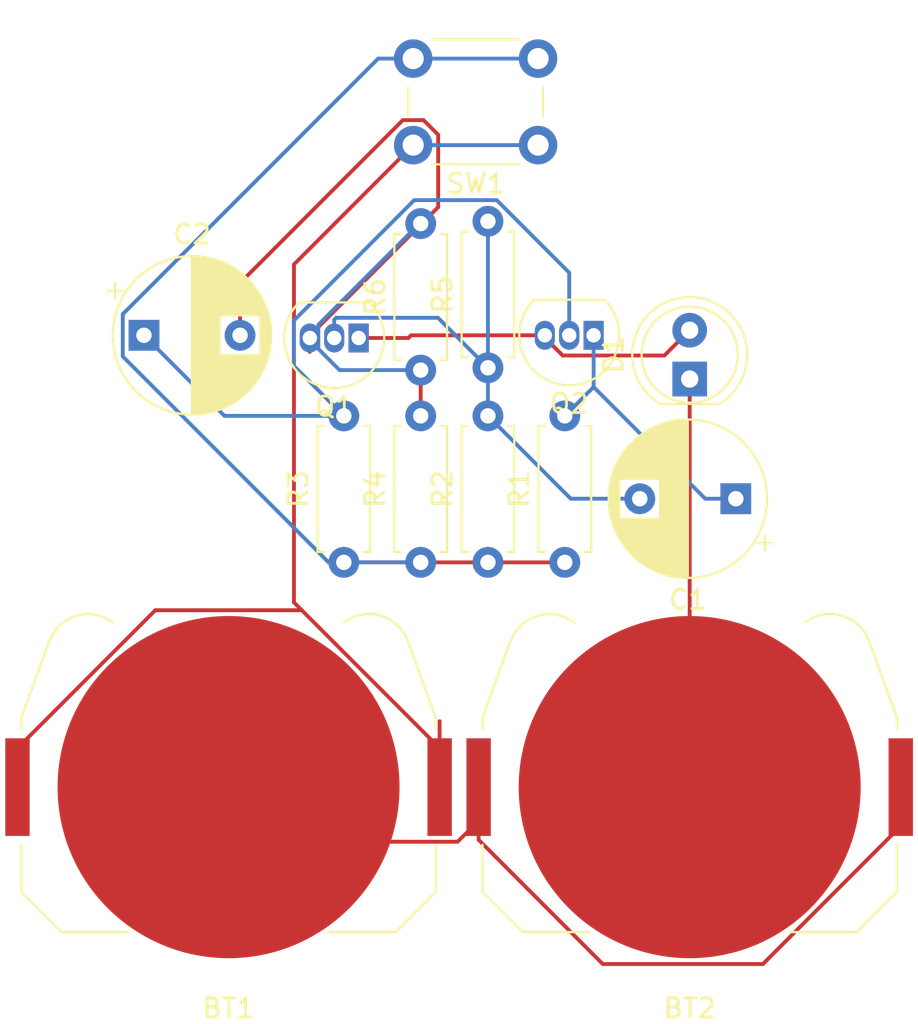
<source format=kicad_pcb>
(kicad_pcb (version 20241229) (generator "pcbnew") (generator_version "9.0")
  (layers (0 "F.Cu" signal) (2 "B.Cu" signal) (13 "F.Paste" user) (15 "B.Paste" user) (5 "F.SilkS" user "F.Silkscreen") (7 "B.SilkS" user "B.Silkscreen") (1 "F.Mask" user) (3 "B.Mask" user) (25 "Edge.Cuts" user))
  (net 0 "")
  (net 1 "Net-(BT1--)")
  (net 2 "Net-(BT1-+)")
  (net 3 "Net-(BT2--)")
  (net 4 "Net-(Q2-E)")
  (net 5 "Net-(Q1-B)")
  (net 6 "Net-(Q1-C)")
  (net 7 "Net-(Q2-B)")
  (net 8 "Net-(D1-A)")
  (net 9 "Net-(R1-Pad1)")
  (footprint "Package_TO_SOT_THT:TO-92_Inline" (layer "F.Cu") (at 150.141375 75.641375 180)
    (property "Reference" "Q2" (at 1.27 -3.56 0) (layer "F.SilkS"))
    (property "Value" "2N3904")
    (fp_line (start -0.53 1.85) (end 3.07 1.85) (stroke (width 0.12)) (layer "F.SilkS"))
    (fp_arc (start 1.27 -2.6) (mid 3.672087 -0.994977) (end 3.108478 1.838478) (stroke (width 0.12)) (layer "F.SilkS"))
    (fp_arc (start -0.568478 1.838478) (mid -1.132087 -0.994977) (end 1.27 -2.6) (stroke (width 0.12)) (layer "F.SilkS"))
    (pad "1" thru_hole rect (at 0 0 180) (size 1.05 1.5) (drill 0.75) (layers "*.Cu" "*.Mask") (net 4 "Net-(Q2-E)"))
    (pad "2" thru_hole oval (at 1.27 0 180) (size 1.05 1.5) (drill 0.75) (layers "*.Cu" "*.Mask") (net 7 "Net-(Q2-B)"))
    (pad "3" thru_hole oval (at 2.54 0 180) (size 1.05 1.5) (drill 0.75) (layers "*.Cu" "*.Mask") (net 8 "Net-(D1-A)"))
  )
  (footprint "Package_TO_SOT_THT:TO-92_Inline" (layer "F.Cu") (at 137.911375 75.781375 180)
    (property "Reference" "Q1" (at 1.27 -3.56 0) (layer "F.SilkS"))
    (property "Value" "2N3904")
    (fp_line (start -0.53 1.85) (end 3.07 1.85) (stroke (width 0.12)) (layer "F.SilkS"))
    (fp_arc (start 1.27 -2.6) (mid 3.672087 -0.994977) (end 3.108478 1.838478) (stroke (width 0.12)) (layer "F.SilkS"))
    (fp_arc (start -0.568478 1.838478) (mid -1.132087 -0.994977) (end 1.27 -2.6) (stroke (width 0.12)) (layer "F.SilkS"))
    (pad "1" thru_hole rect (at 0 0 180) (size 1.05 1.5) (drill 0.75) (layers "*.Cu" "*.Mask") (net 8 "Net-(D1-A)"))
    (pad "2" thru_hole oval (at 1.27 0 180) (size 1.05 1.5) (drill 0.75) (layers "*.Cu" "*.Mask") (net 5 "Net-(Q1-B)"))
    (pad "3" thru_hole oval (at 2.54 0 180) (size 1.05 1.5) (drill 0.75) (layers "*.Cu" "*.Mask") (net 6 "Net-(Q1-C)"))
  )
  (footprint "Resistor_THT:R_Axial_DIN0207_L6.3mm_D2.5mm_P7.62mm_Horizontal" (layer "F.Cu") (at 144.641375 77.331375 90)
    (property "Reference" "R5" (at 3.81 -2.37 90) (layer "F.SilkS"))
    (property "Value" "R")
    (fp_line (start 7.08 -1.37) (end 7.08 -1.04) (stroke (width 0.12)) (layer "F.SilkS"))
    (fp_line (start 0.54 -1.37) (end 7.08 -1.37) (stroke (width 0.12)) (layer "F.SilkS"))
    (fp_line (start 0.54 -1.04) (end 0.54 -1.37) (stroke (width 0.12)) (layer "F.SilkS"))
    (fp_line (start 0.54 1.04) (end 0.54 1.37) (stroke (width 0.12)) (layer "F.SilkS"))
    (fp_line (start 7.08 1.37) (end 7.08 1.04) (stroke (width 0.12)) (layer "F.SilkS"))
    (fp_line (start 0.54 1.37) (end 7.08 1.37) (stroke (width 0.12)) (layer "F.SilkS"))
    (pad "1" thru_hole circle (at 0 0 90) (size 1.6 1.6) (drill 0.8) (layers "*.Cu" "*.Mask") (net 5 "Net-(Q1-B)"))
    (pad "2" thru_hole oval (at 7.62 0 90) (size 1.6 1.6) (drill 0.8) (layers "*.Cu" "*.Mask") (net 5 "Net-(Q1-B)"))
  )
  (footprint "Resistor_THT:R_Axial_DIN0207_L6.3mm_D2.5mm_P7.62mm_Horizontal" (layer "F.Cu") (at 144.641375 87.451375 90)
    (property "Reference" "R2" (at 3.81 -2.37 90) (layer "F.SilkS"))
    (property "Value" "R")
    (fp_line (start 7.08 -1.37) (end 7.08 -1.04) (stroke (width 0.12)) (layer "F.SilkS"))
    (fp_line (start 0.54 -1.37) (end 7.08 -1.37) (stroke (width 0.12)) (layer "F.SilkS"))
    (fp_line (start 0.54 -1.04) (end 0.54 -1.37) (stroke (width 0.12)) (layer "F.SilkS"))
    (fp_line (start 0.54 1.04) (end 0.54 1.37) (stroke (width 0.12)) (layer "F.SilkS"))
    (fp_line (start 7.08 1.37) (end 7.08 1.04) (stroke (width 0.12)) (layer "F.SilkS"))
    (fp_line (start 0.54 1.37) (end 7.08 1.37) (stroke (width 0.12)) (layer "F.SilkS"))
    (pad "1" thru_hole circle (at 0 0 90) (size 1.6 1.6) (drill 0.8) (layers "*.Cu" "*.Mask") (net 9 "Net-(R1-Pad1)"))
    (pad "2" thru_hole oval (at 7.62 0 90) (size 1.6 1.6) (drill 0.8) (layers "*.Cu" "*.Mask") (net 5 "Net-(Q1-B)"))
  )
  (footprint "Resistor_THT:R_Axial_DIN0207_L6.3mm_D2.5mm_P7.62mm_Horizontal" (layer "F.Cu") (at 141.141375 87.451375 90)
    (property "Reference" "R4" (at 3.81 -2.37 90) (layer "F.SilkS"))
    (property "Value" "R")
    (fp_line (start 7.08 -1.37) (end 7.08 -1.04) (stroke (width 0.12)) (layer "F.SilkS"))
    (fp_line (start 0.54 -1.37) (end 7.08 -1.37) (stroke (width 0.12)) (layer "F.SilkS"))
    (fp_line (start 0.54 -1.04) (end 0.54 -1.37) (stroke (width 0.12)) (layer "F.SilkS"))
    (fp_line (start 0.54 1.04) (end 0.54 1.37) (stroke (width 0.12)) (layer "F.SilkS"))
    (fp_line (start 7.08 1.37) (end 7.08 1.04) (stroke (width 0.12)) (layer "F.SilkS"))
    (fp_line (start 0.54 1.37) (end 7.08 1.37) (stroke (width 0.12)) (layer "F.SilkS"))
    (pad "1" thru_hole circle (at 0 0 90) (size 1.6 1.6) (drill 0.8) (layers "*.Cu" "*.Mask") (net 9 "Net-(R1-Pad1)"))
    (pad "2" thru_hole oval (at 7.62 0 90) (size 1.6 1.6) (drill 0.8) (layers "*.Cu" "*.Mask") (net 6 "Net-(Q1-C)"))
  )
  (footprint "Resistor_THT:R_Axial_DIN0207_L6.3mm_D2.5mm_P7.62mm_Horizontal" (layer "F.Cu") (at 148.641375 87.451375 90)
    (property "Reference" "R1" (at 3.81 -2.37 90) (layer "F.SilkS"))
    (property "Value" "R")
    (fp_line (start 7.08 -1.37) (end 7.08 -1.04) (stroke (width 0.12)) (layer "F.SilkS"))
    (fp_line (start 0.54 -1.37) (end 7.08 -1.37) (stroke (width 0.12)) (layer "F.SilkS"))
    (fp_line (start 0.54 -1.04) (end 0.54 -1.37) (stroke (width 0.12)) (layer "F.SilkS"))
    (fp_line (start 0.54 1.04) (end 0.54 1.37) (stroke (width 0.12)) (layer "F.SilkS"))
    (fp_line (start 7.08 1.37) (end 7.08 1.04) (stroke (width 0.12)) (layer "F.SilkS"))
    (fp_line (start 0.54 1.37) (end 7.08 1.37) (stroke (width 0.12)) (layer "F.SilkS"))
    (pad "1" thru_hole circle (at 0 0 90) (size 1.6 1.6) (drill 0.8) (layers "*.Cu" "*.Mask") (net 9 "Net-(R1-Pad1)"))
    (pad "2" thru_hole oval (at 7.62 0 90) (size 1.6 1.6) (drill 0.8) (layers "*.Cu" "*.Mask") (net 4 "Net-(Q2-E)"))
  )
  (footprint "Button_Switch_THT:SW_PUSH_6mm" (layer "F.Cu") (at 147.25 65.75 180)
    (property "Reference" "SW1" (at 3.25 -2 0) (layer "F.SilkS"))
    (property "Value" "SW_Push")
    (fp_line (start 6.75 3) (end 6.75 1.5) (stroke (width 0.12)) (layer "F.SilkS"))
    (fp_line (start 5.5 -1) (end 1 -1) (stroke (width 0.12)) (layer "F.SilkS"))
    (fp_line (start 1 5.5) (end 5.5 5.5) (stroke (width 0.12)) (layer "F.SilkS"))
    (fp_line (start -0.25 1.5) (end -0.25 3) (stroke (width 0.12)) (layer "F.SilkS"))
    (pad "1" thru_hole circle (at 0 0 270) (size 2 2) (drill 1.1) (layers "*.Cu" "*.Mask") (net 2 "Net-(BT1-+)"))
    (pad "1" thru_hole circle (at 6.5 0 270) (size 2 2) (drill 1.1) (layers "*.Cu" "*.Mask") (net 2 "Net-(BT1-+)"))
    (pad "2" thru_hole circle (at 0 4.5 270) (size 2 2) (drill 1.1) (layers "*.Cu" "*.Mask") (net 9 "Net-(R1-Pad1)"))
    (pad "2" thru_hole circle (at 6.5 4.5 270) (size 2 2) (drill 1.1) (layers "*.Cu" "*.Mask") (net 9 "Net-(R1-Pad1)"))
  )
  (footprint "Capacitor_THT:CP_Radial_D8.0mm_P5.00mm" (layer "F.Cu") (at 126.738724 75.641375)
    (property "Reference" "C2" (at 2.5 -5.25 0) (layer "F.SilkS"))
    (property "Value" "C")
    (fp_line (start -1.909698 -2.315) (end -1.109698 -2.315) (stroke (width 0.12)) (layer "F.SilkS"))
    (fp_line (start -1.509698 -2.715) (end -1.509698 -1.915) (stroke (width 0.12)) (layer "F.SilkS"))
    (fp_line (start 2.5 -4.08) (end 2.5 4.08) (stroke (width 0.12)) (layer "F.SilkS"))
    (fp_line (start 2.54 -4.08) (end 2.54 4.08) (stroke (width 0.12)) (layer "F.SilkS"))
    (fp_line (start 2.58 -4.079) (end 2.58 4.079) (stroke (width 0.12)) (layer "F.SilkS"))
    (fp_line (start 2.62 -4.078) (end 2.62 4.078) (stroke (width 0.12)) (layer "F.SilkS"))
    (fp_line (start 2.66 -4.077) (end 2.66 4.077) (stroke (width 0.12)) (layer "F.SilkS"))
    (fp_line (start 2.7 -4.075) (end 2.7 4.075) (stroke (width 0.12)) (layer "F.SilkS"))
    (fp_line (start 2.74 -4.073) (end 2.74 4.073) (stroke (width 0.12)) (layer "F.SilkS"))
    (fp_line (start 2.78 -4.07) (end 2.78 4.07) (stroke (width 0.12)) (layer "F.SilkS"))
    (fp_line (start 2.82 -4.068) (end 2.82 4.068) (stroke (width 0.12)) (layer "F.SilkS"))
    (fp_line (start 2.86 -4.064) (end 2.86 4.064) (stroke (width 0.12)) (layer "F.SilkS"))
    (fp_line (start 2.9 -4.061) (end 2.9 4.061) (stroke (width 0.12)) (layer "F.SilkS"))
    (fp_line (start 2.94 -4.056) (end 2.94 4.056) (stroke (width 0.12)) (layer "F.SilkS"))
    (fp_line (start 2.98 -4.052) (end 2.98 4.052) (stroke (width 0.12)) (layer "F.SilkS"))
    (fp_line (start 3.02 -4.047) (end 3.02 4.047) (stroke (width 0.12)) (layer "F.SilkS"))
    (fp_line (start 3.06 -4.042) (end 3.06 4.042) (stroke (width 0.12)) (layer "F.SilkS"))
    (fp_line (start 3.1 -4.036) (end 3.1 4.036) (stroke (width 0.12)) (layer "F.SilkS"))
    (fp_line (start 3.14 -4.03) (end 3.14 4.03) (stroke (width 0.12)) (layer "F.SilkS"))
    (fp_line (start 3.18 -4.023) (end 3.18 4.023) (stroke (width 0.12)) (layer "F.SilkS"))
    (fp_line (start 3.22 -4.017) (end 3.22 4.017) (stroke (width 0.12)) (layer "F.SilkS"))
    (fp_line (start 3.26 -4.009) (end 3.26 4.009) (stroke (width 0.12)) (layer "F.SilkS"))
    (fp_line (start 3.3 -4.002) (end 3.3 4.002) (stroke (width 0.12)) (layer "F.SilkS"))
    (fp_line (start 3.34 -3.993) (end 3.34 3.993) (stroke (width 0.12)) (layer "F.SilkS"))
    (fp_line (start 3.38 -3.985) (end 3.38 3.985) (stroke (width 0.12)) (layer "F.SilkS"))
    (fp_line (start 3.42 -3.976) (end 3.42 3.976) (stroke (width 0.12)) (layer "F.SilkS"))
    (fp_line (start 3.46 -3.967) (end 3.46 3.967) (stroke (width 0.12)) (layer "F.SilkS"))
    (fp_line (start 3.5 -3.957) (end 3.5 3.957) (stroke (width 0.12)) (layer "F.SilkS"))
    (fp_line (start 3.54 -3.947) (end 3.54 3.947) (stroke (width 0.12)) (layer "F.SilkS"))
    (fp_line (start 3.58 -3.936) (end 3.58 3.936) (stroke (width 0.12)) (layer "F.SilkS"))
    (fp_line (start 3.62 -3.925) (end 3.62 3.925) (stroke (width 0.12)) (layer "F.SilkS"))
    (fp_line (start 3.66 -3.913) (end 3.66 3.913) (stroke (width 0.12)) (layer "F.SilkS"))
    (fp_line (start 3.7 -3.901) (end 3.7 3.901) (stroke (width 0.12)) (layer "F.SilkS"))
    (fp_line (start 3.74 -3.889) (end 3.74 3.889) (stroke (width 0.12)) (layer "F.SilkS"))
    (fp_line (start 3.78 -3.876) (end 3.78 3.876) (stroke (width 0.12)) (layer "F.SilkS"))
    (fp_line (start 3.82 -3.863) (end 3.82 3.863) (stroke (width 0.12)) (layer "F.SilkS"))
    (fp_line (start 3.86 -3.849) (end 3.86 3.849) (stroke (width 0.12)) (layer "F.SilkS"))
    (fp_line (start 3.9 -3.835) (end 3.9 3.835) (stroke (width 0.12)) (layer "F.SilkS"))
    (fp_line (start 3.94 -3.82) (end 3.94 3.82) (stroke (width 0.12)) (layer "F.SilkS"))
    (fp_line (start 3.98 -3.805) (end 3.98 -1.04) (stroke (width 0.12)) (layer "F.SilkS"))
    (fp_line (start 3.98 1.04) (end 3.98 3.805) (stroke (width 0.12)) (layer "F.SilkS"))
    (fp_line (start 4.02 -3.789) (end 4.02 -1.04) (stroke (width 0.12)) (layer "F.SilkS"))
    (fp_line (start 4.02 1.04) (end 4.02 3.789) (stroke (width 0.12)) (layer "F.SilkS"))
    (fp_line (start 4.06 -3.773) (end 4.06 -1.04) (stroke (width 0.12)) (layer "F.SilkS"))
    (fp_line (start 4.06 1.04) (end 4.06 3.773) (stroke (width 0.12)) (layer "F.SilkS"))
    (fp_line (start 4.1 -3.757) (end 4.1 -1.04) (stroke (width 0.12)) (layer "F.SilkS"))
    (fp_line (start 4.1 1.04) (end 4.1 3.757) (stroke (width 0.12)) (layer "F.SilkS"))
    (fp_line (start 4.14 -3.74) (end 4.14 -1.04) (stroke (width 0.12)) (layer "F.SilkS"))
    (fp_line (start 4.14 1.04) (end 4.14 3.74) (stroke (width 0.12)) (layer "F.SilkS"))
    (fp_line (start 4.18 -3.722) (end 4.18 -1.04) (stroke (width 0.12)) (layer "F.SilkS"))
    (fp_line (start 4.18 1.04) (end 4.18 3.722) (stroke (width 0.12)) (layer "F.SilkS"))
    (fp_line (start 4.22 -3.704) (end 4.22 -1.04) (stroke (width 0.12)) (layer "F.SilkS"))
    (fp_line (start 4.22 1.04) (end 4.22 3.704) (stroke (width 0.12)) (layer "F.SilkS"))
    (fp_line (start 4.26 -3.685) (end 4.26 -1.04) (stroke (width 0.12)) (layer "F.SilkS"))
    (fp_line (start 4.26 1.04) (end 4.26 3.685) (stroke (width 0.12)) (layer "F.SilkS"))
    (fp_line (start 4.3 -3.666) (end 4.3 -1.04) (stroke (width 0.12)) (layer "F.SilkS"))
    (fp_line (start 4.3 1.04) (end 4.3 3.666) (stroke (width 0.12)) (layer "F.SilkS"))
    (fp_line (start 4.34 -3.646) (end 4.34 -1.04) (stroke (width 0.12)) (layer "F.SilkS"))
    (fp_line (start 4.34 1.04) (end 4.34 3.646) (stroke (width 0.12)) (layer "F.SilkS"))
    (fp_line (start 4.38 -3.626) (end 4.38 -1.04) (stroke (width 0.12)) (layer "F.SilkS"))
    (fp_line (start 4.38 1.04) (end 4.38 3.626) (stroke (width 0.12)) (layer "F.SilkS"))
    (fp_line (start 4.42 -3.605) (end 4.42 -1.04) (stroke (width 0.12)) (layer "F.SilkS"))
    (fp_line (start 4.42 1.04) (end 4.42 3.605) (stroke (width 0.12)) (layer "F.SilkS"))
    (fp_line (start 4.46 -3.584) (end 4.46 -1.04) (stroke (width 0.12)) (layer "F.SilkS"))
    (fp_line (start 4.46 1.04) (end 4.46 3.584) (stroke (width 0.12)) (layer "F.SilkS"))
    (fp_line (start 4.5 -3.562) (end 4.5 -1.04) (stroke (width 0.12)) (layer "F.SilkS"))
    (fp_line (start 4.5 1.04) (end 4.5 3.562) (stroke (width 0.12)) (layer "F.SilkS"))
    (fp_line (start 4.54 -3.539) (end 4.54 -1.04) (stroke (width 0.12)) (layer "F.SilkS"))
    (fp_line (start 4.54 1.04) (end 4.54 3.539) (stroke (width 0.12)) (layer "F.SilkS"))
    (fp_line (start 4.58 -3.516) (end 4.58 -1.04) (stroke (width 0.12)) (layer "F.SilkS"))
    (fp_line (start 4.58 1.04) (end 4.58 3.516) (stroke (width 0.12)) (layer "F.SilkS"))
    (fp_line (start 4.62 -3.493) (end 4.62 -1.04) (stroke (width 0.12)) (layer "F.SilkS"))
    (fp_line (start 4.62 1.04) (end 4.62 3.493) (stroke (width 0.12)) (layer "F.SilkS"))
    (fp_line (start 4.66 -3.468) (end 4.66 -1.04) (stroke (width 0.12)) (layer "F.SilkS"))
    (fp_line (start 4.66 1.04) (end 4.66 3.468) (stroke (width 0.12)) (layer "F.SilkS"))
    (fp_line (start 4.7 -3.443) (end 4.7 -1.04) (stroke (width 0.12)) (layer "F.SilkS"))
    (fp_line (start 4.7 1.04) (end 4.7 3.443) (stroke (width 0.12)) (layer "F.SilkS"))
    (fp_line (start 4.74 -3.418) (end 4.74 -1.04) (stroke (width 0.12)) (layer "F.SilkS"))
    (fp_line (start 4.74 1.04) (end 4.74 3.418) (stroke (width 0.12)) (layer "F.SilkS"))
    (fp_line (start 4.78 -3.392) (end 4.78 -1.04) (stroke (width 0.12)) (layer "F.SilkS"))
    (fp_line (start 4.78 1.04) (end 4.78 3.392) (stroke (width 0.12)) (layer "F.SilkS"))
    (fp_line (start 4.82 -3.365) (end 4.82 -1.04) (stroke (width 0.12)) (layer "F.SilkS"))
    (fp_line (start 4.82 1.04) (end 4.82 3.365) (stroke (width 0.12)) (layer "F.SilkS"))
    (fp_line (start 4.86 -3.337) (end 4.86 -1.04) (stroke (width 0.12)) (layer "F.SilkS"))
    (fp_line (start 4.86 1.04) (end 4.86 3.337) (stroke (width 0.12)) (layer "F.SilkS"))
    (fp_line (start 4.9 -3.309) (end 4.9 -1.04) (stroke (width 0.12)) (layer "F.SilkS"))
    (fp_line (start 4.9 1.04) (end 4.9 3.309) (stroke (width 0.12)) (layer "F.SilkS"))
    (fp_line (start 4.94 -3.28) (end 4.94 -1.04) (stroke (width 0.12)) (layer "F.SilkS"))
    (fp_line (start 4.94 1.04) (end 4.94 3.28) (stroke (width 0.12)) (layer "F.SilkS"))
    (fp_line (start 4.98 -3.25) (end 4.98 -1.04) (stroke (width 0.12)) (layer "F.SilkS"))
    (fp_line (start 4.98 1.04) (end 4.98 3.25) (stroke (width 0.12)) (layer "F.SilkS"))
    (fp_line (start 5.02 -3.219) (end 5.02 -1.04) (stroke (width 0.12)) (layer "F.SilkS"))
    (fp_line (start 5.02 1.04) (end 5.02 3.219) (stroke (width 0.12)) (layer "F.SilkS"))
    (fp_line (start 5.06 -3.188) (end 5.06 -1.04) (stroke (width 0.12)) (layer "F.SilkS"))
    (fp_line (start 5.06 1.04) (end 5.06 3.188) (stroke (width 0.12)) (layer "F.SilkS"))
    (fp_line (start 5.1 -3.156) (end 5.1 -1.04) (stroke (width 0.12)) (layer "F.SilkS"))
    (fp_line (start 5.1 1.04) (end 5.1 3.156) (stroke (width 0.12)) (layer "F.SilkS"))
    (fp_line (start 5.14 -3.123) (end 5.14 -1.04) (stroke (width 0.12)) (layer "F.SilkS"))
    (fp_line (start 5.14 1.04) (end 5.14 3.123) (stroke (width 0.12)) (layer "F.SilkS"))
    (fp_line (start 5.18 -3.089) (end 5.18 -1.04) (stroke (width 0.12)) (layer "F.SilkS"))
    (fp_line (start 5.18 1.04) (end 5.18 3.089) (stroke (width 0.12)) (layer "F.SilkS"))
    (fp_line (start 5.22 -3.055) (end 5.22 -1.04) (stroke (width 0.12)) (layer "F.SilkS"))
    (fp_line (start 5.22 1.04) (end 5.22 3.055) (stroke (width 0.12)) (layer "F.SilkS"))
    (fp_line (start 5.26 -3.019) (end 5.26 -1.04) (stroke (width 0.12)) (layer "F.SilkS"))
    (fp_line (start 5.26 1.04) (end 5.26 3.019) (stroke (width 0.12)) (layer "F.SilkS"))
    (fp_line (start 5.3 -2.982) (end 5.3 -1.04) (stroke (width 0.12)) (layer "F.SilkS"))
    (fp_line (start 5.3 1.04) (end 5.3 2.982) (stroke (width 0.12)) (layer "F.SilkS"))
    (fp_line (start 5.34 -2.945) (end 5.34 -1.04) (stroke (width 0.12)) (layer "F.SilkS"))
    (fp_line (start 5.34 1.04) (end 5.34 2.945) (stroke (width 0.12)) (layer "F.SilkS"))
    (fp_line (start 5.38 -2.906) (end 5.38 -1.04) (stroke (width 0.12)) (layer "F.SilkS"))
    (fp_line (start 5.38 1.04) (end 5.38 2.906) (stroke (width 0.12)) (layer "F.SilkS"))
    (fp_line (start 5.42 -2.867) (end 5.42 -1.04) (stroke (width 0.12)) (layer "F.SilkS"))
    (fp_line (start 5.42 1.04) (end 5.42 2.867) (stroke (width 0.12)) (layer "F.SilkS"))
    (fp_line (start 5.46 -2.826) (end 5.46 -1.04) (stroke (width 0.12)) (layer "F.SilkS"))
    (fp_line (start 5.46 1.04) (end 5.46 2.826) (stroke (width 0.12)) (layer "F.SilkS"))
    (fp_line (start 5.5 -2.784) (end 5.5 -1.04) (stroke (width 0.12)) (layer "F.SilkS"))
    (fp_line (start 5.5 1.04) (end 5.5 2.784) (stroke (width 0.12)) (layer "F.SilkS"))
    (fp_line (start 5.54 -2.741) (end 5.54 -1.04) (stroke (width 0.12)) (layer "F.SilkS"))
    (fp_line (start 5.54 1.04) (end 5.54 2.741) (stroke (width 0.12)) (layer "F.SilkS"))
    (fp_line (start 5.58 -2.696) (end 5.58 -1.04) (stroke (width 0.12)) (layer "F.SilkS"))
    (fp_line (start 5.58 1.04) (end 5.58 2.696) (stroke (width 0.12)) (layer "F.SilkS"))
    (fp_line (start 5.62 -2.651) (end 5.62 -1.04) (stroke (width 0.12)) (layer "F.SilkS"))
    (fp_line (start 5.62 1.04) (end 5.62 2.651) (stroke (width 0.12)) (layer "F.SilkS"))
    (fp_line (start 5.66 -2.604) (end 5.66 -1.04) (stroke (width 0.12)) (layer "F.SilkS"))
    (fp_line (start 5.66 1.04) (end 5.66 2.604) (stroke (width 0.12)) (layer "F.SilkS"))
    (fp_line (start 5.7 -2.555) (end 5.7 -1.04) (stroke (width 0.12)) (layer "F.SilkS"))
    (fp_line (start 5.7 1.04) (end 5.7 2.555) (stroke (width 0.12)) (layer "F.SilkS"))
    (fp_line (start 5.74 -2.505) (end 5.74 -1.04) (stroke (width 0.12)) (layer "F.SilkS"))
    (fp_line (start 5.74 1.04) (end 5.74 2.505) (stroke (width 0.12)) (layer "F.SilkS"))
    (fp_line (start 5.78 -2.453) (end 5.78 -1.04) (stroke (width 0.12)) (layer "F.SilkS"))
    (fp_line (start 5.78 1.04) (end 5.78 2.453) (stroke (width 0.12)) (layer "F.SilkS"))
    (fp_line (start 5.82 -2.4) (end 5.82 -1.04) (stroke (width 0.12)) (layer "F.SilkS"))
    (fp_line (start 5.82 1.04) (end 5.82 2.4) (stroke (width 0.12)) (layer "F.SilkS"))
    (fp_line (start 5.86 -2.344) (end 5.86 -1.04) (stroke (width 0.12)) (layer "F.SilkS"))
    (fp_line (start 5.86 1.04) (end 5.86 2.344) (stroke (width 0.12)) (layer "F.SilkS"))
    (fp_line (start 5.9 -2.287) (end 5.9 -1.04) (stroke (width 0.12)) (layer "F.SilkS"))
    (fp_line (start 5.9 1.04) (end 5.9 2.287) (stroke (width 0.12)) (layer "F.SilkS"))
    (fp_line (start 5.94 -2.227) (end 5.94 -1.04) (stroke (width 0.12)) (layer "F.SilkS"))
    (fp_line (start 5.94 1.04) (end 5.94 2.227) (stroke (width 0.12)) (layer "F.SilkS"))
    (fp_line (start 5.98 -2.165) (end 5.98 -1.04) (stroke (width 0.12)) (layer "F.SilkS"))
    (fp_line (start 5.98 1.04) (end 5.98 2.165) (stroke (width 0.12)) (layer "F.SilkS"))
    (fp_line (start 6.02 -2.101) (end 6.02 -1.04) (stroke (width 0.12)) (layer "F.SilkS"))
    (fp_line (start 6.02 1.04) (end 6.02 2.101) (stroke (width 0.12)) (layer "F.SilkS"))
    (fp_line (start 6.06 -2.034) (end 6.06 2.034) (stroke (width 0.12)) (layer "F.SilkS"))
    (fp_line (start 6.1 -1.964) (end 6.1 1.964) (stroke (width 0.12)) (layer "F.SilkS"))
    (fp_line (start 6.14 -1.89) (end 6.14 1.89) (stroke (width 0.12)) (layer "F.SilkS"))
    (fp_line (start 6.18 -1.813) (end 6.18 1.813) (stroke (width 0.12)) (layer "F.SilkS"))
    (fp_line (start 6.22 -1.731) (end 6.22 1.731) (stroke (width 0.12)) (layer "F.SilkS"))
    (fp_line (start 6.26 -1.644) (end 6.26 1.644) (stroke (width 0.12)) (layer "F.SilkS"))
    (fp_line (start 6.3 -1.552) (end 6.3 1.552) (stroke (width 0.12)) (layer "F.SilkS"))
    (fp_line (start 6.34 -1.453) (end 6.34 1.453) (stroke (width 0.12)) (layer "F.SilkS"))
    (fp_line (start 6.38 -1.346) (end 6.38 1.346) (stroke (width 0.12)) (layer "F.SilkS"))
    (fp_line (start 6.42 -1.228) (end 6.42 1.228) (stroke (width 0.12)) (layer "F.SilkS"))
    (fp_line (start 6.46 -1.097) (end 6.46 1.097) (stroke (width 0.12)) (layer "F.SilkS"))
    (fp_line (start 6.5 -0.947) (end 6.5 0.947) (stroke (width 0.12)) (layer "F.SilkS"))
    (fp_line (start 6.54 -0.768) (end 6.54 0.768) (stroke (width 0.12)) (layer "F.SilkS"))
    (fp_line (start 6.58 -0.533) (end 6.58 0.533) (stroke (width 0.12)) (layer "F.SilkS"))
    (fp_circle (center 2.5 0) (end 6.62 0) (stroke (width 0.12)) (fill no) (layer "F.SilkS"))
    (pad "1" thru_hole rect (at 0 0) (size 1.6 1.6) (drill 0.8) (layers "*.Cu" "*.Mask") (net 7 "Net-(Q2-B)"))
    (pad "2" thru_hole circle (at 5 0) (size 1.6 1.6) (drill 0.8) (layers "*.Cu" "*.Mask") (net 6 "Net-(Q1-C)"))
  )
  (footprint "Capacitor_THT:CP_Radial_D8.0mm_P5.00mm" (layer "F.Cu") (at 157.544026 84.141375 180)
    (property "Reference" "C1" (at 2.5 -5.25 0) (layer "F.SilkS"))
    (property "Value" "C")
    (fp_line (start 6.58 -0.533) (end 6.58 0.533) (stroke (width 0.12)) (layer "F.SilkS"))
    (fp_line (start 6.54 -0.768) (end 6.54 0.768) (stroke (width 0.12)) (layer "F.SilkS"))
    (fp_line (start 6.5 -0.947) (end 6.5 0.947) (stroke (width 0.12)) (layer "F.SilkS"))
    (fp_line (start 6.46 -1.097) (end 6.46 1.097) (stroke (width 0.12)) (layer "F.SilkS"))
    (fp_line (start 6.42 -1.228) (end 6.42 1.228) (stroke (width 0.12)) (layer "F.SilkS"))
    (fp_line (start 6.38 -1.346) (end 6.38 1.346) (stroke (width 0.12)) (layer "F.SilkS"))
    (fp_line (start 6.34 -1.453) (end 6.34 1.453) (stroke (width 0.12)) (layer "F.SilkS"))
    (fp_line (start 6.3 -1.552) (end 6.3 1.552) (stroke (width 0.12)) (layer "F.SilkS"))
    (fp_line (start 6.26 -1.644) (end 6.26 1.644) (stroke (width 0.12)) (layer "F.SilkS"))
    (fp_line (start 6.22 -1.731) (end 6.22 1.731) (stroke (width 0.12)) (layer "F.SilkS"))
    (fp_line (start 6.18 -1.813) (end 6.18 1.813) (stroke (width 0.12)) (layer "F.SilkS"))
    (fp_line (start 6.14 -1.89) (end 6.14 1.89) (stroke (width 0.12)) (layer "F.SilkS"))
    (fp_line (start 6.1 -1.964) (end 6.1 1.964) (stroke (width 0.12)) (layer "F.SilkS"))
    (fp_line (start 6.06 -2.034) (end 6.06 2.034) (stroke (width 0.12)) (layer "F.SilkS"))
    (fp_line (start 6.02 1.04) (end 6.02 2.101) (stroke (width 0.12)) (layer "F.SilkS"))
    (fp_line (start 6.02 -2.101) (end 6.02 -1.04) (stroke (width 0.12)) (layer "F.SilkS"))
    (fp_line (start 5.98 1.04) (end 5.98 2.165) (stroke (width 0.12)) (layer "F.SilkS"))
    (fp_line (start 5.98 -2.165) (end 5.98 -1.04) (stroke (width 0.12)) (layer "F.SilkS"))
    (fp_line (start 5.94 1.04) (end 5.94 2.227) (stroke (width 0.12)) (layer "F.SilkS"))
    (fp_line (start 5.94 -2.227) (end 5.94 -1.04) (stroke (width 0.12)) (layer "F.SilkS"))
    (fp_line (start 5.9 1.04) (end 5.9 2.287) (stroke (width 0.12)) (layer "F.SilkS"))
    (fp_line (start 5.9 -2.287) (end 5.9 -1.04) (stroke (width 0.12)) (layer "F.SilkS"))
    (fp_line (start 5.86 1.04) (end 5.86 2.344) (stroke (width 0.12)) (layer "F.SilkS"))
    (fp_line (start 5.86 -2.344) (end 5.86 -1.04) (stroke (width 0.12)) (layer "F.SilkS"))
    (fp_line (start 5.82 1.04) (end 5.82 2.4) (stroke (width 0.12)) (layer "F.SilkS"))
    (fp_line (start 5.82 -2.4) (end 5.82 -1.04) (stroke (width 0.12)) (layer "F.SilkS"))
    (fp_line (start 5.78 1.04) (end 5.78 2.453) (stroke (width 0.12)) (layer "F.SilkS"))
    (fp_line (start 5.78 -2.453) (end 5.78 -1.04) (stroke (width 0.12)) (layer "F.SilkS"))
    (fp_line (start 5.74 1.04) (end 5.74 2.505) (stroke (width 0.12)) (layer "F.SilkS"))
    (fp_line (start 5.74 -2.505) (end 5.74 -1.04) (stroke (width 0.12)) (layer "F.SilkS"))
    (fp_line (start 5.7 1.04) (end 5.7 2.555) (stroke (width 0.12)) (layer "F.SilkS"))
    (fp_line (start 5.7 -2.555) (end 5.7 -1.04) (stroke (width 0.12)) (layer "F.SilkS"))
    (fp_line (start 5.66 1.04) (end 5.66 2.604) (stroke (width 0.12)) (layer "F.SilkS"))
    (fp_line (start 5.66 -2.604) (end 5.66 -1.04) (stroke (width 0.12)) (layer "F.SilkS"))
    (fp_line (start 5.62 1.04) (end 5.62 2.651) (stroke (width 0.12)) (layer "F.SilkS"))
    (fp_line (start 5.62 -2.651) (end 5.62 -1.04) (stroke (width 0.12)) (layer "F.SilkS"))
    (fp_line (start 5.58 1.04) (end 5.58 2.696) (stroke (width 0.12)) (layer "F.SilkS"))
    (fp_line (start 5.58 -2.696) (end 5.58 -1.04) (stroke (width 0.12)) (layer "F.SilkS"))
    (fp_line (start 5.54 1.04) (end 5.54 2.741) (stroke (width 0.12)) (layer "F.SilkS"))
    (fp_line (start 5.54 -2.741) (end 5.54 -1.04) (stroke (width 0.12)) (layer "F.SilkS"))
    (fp_line (start 5.5 1.04) (end 5.5 2.784) (stroke (width 0.12)) (layer "F.SilkS"))
    (fp_line (start 5.5 -2.784) (end 5.5 -1.04) (stroke (width 0.12)) (layer "F.SilkS"))
    (fp_line (start 5.46 1.04) (end 5.46 2.826) (stroke (width 0.12)) (layer "F.SilkS"))
    (fp_line (start 5.46 -2.826) (end 5.46 -1.04) (stroke (width 0.12)) (layer "F.SilkS"))
    (fp_line (start 5.42 1.04) (end 5.42 2.867) (stroke (width 0.12)) (layer "F.SilkS"))
    (fp_line (start 5.42 -2.867) (end 5.42 -1.04) (stroke (width 0.12)) (layer "F.SilkS"))
    (fp_line (start 5.38 1.04) (end 5.38 2.906) (stroke (width 0.12)) (layer "F.SilkS"))
    (fp_line (start 5.38 -2.906) (end 5.38 -1.04) (stroke (width 0.12)) (layer "F.SilkS"))
    (fp_line (start 5.34 1.04) (end 5.34 2.945) (stroke (width 0.12)) (layer "F.SilkS"))
    (fp_line (start 5.34 -2.945) (end 5.34 -1.04) (stroke (width 0.12)) (layer "F.SilkS"))
    (fp_line (start 5.3 1.04) (end 5.3 2.982) (stroke (width 0.12)) (layer "F.SilkS"))
    (fp_line (start 5.3 -2.982) (end 5.3 -1.04) (stroke (width 0.12)) (layer "F.SilkS"))
    (fp_line (start 5.26 1.04) (end 5.26 3.019) (stroke (width 0.12)) (layer "F.SilkS"))
    (fp_line (start 5.26 -3.019) (end 5.26 -1.04) (stroke (width 0.12)) (layer "F.SilkS"))
    (fp_line (start 5.22 1.04) (end 5.22 3.055) (stroke (width 0.12)) (layer "F.SilkS"))
    (fp_line (start 5.22 -3.055) (end 5.22 -1.04) (stroke (width 0.12)) (layer "F.SilkS"))
    (fp_line (start 5.18 1.04) (end 5.18 3.089) (stroke (width 0.12)) (layer "F.SilkS"))
    (fp_line (start 5.18 -3.089) (end 5.18 -1.04) (stroke (width 0.12)) (layer "F.SilkS"))
    (fp_line (start 5.14 1.04) (end 5.14 3.123) (stroke (width 0.12)) (layer "F.SilkS"))
    (fp_line (start 5.14 -3.123) (end 5.14 -1.04) (stroke (width 0.12)) (layer "F.SilkS"))
    (fp_line (start 5.1 1.04) (end 5.1 3.156) (stroke (width 0.12)) (layer "F.SilkS"))
    (fp_line (start 5.1 -3.156) (end 5.1 -1.04) (stroke (width 0.12)) (layer "F.SilkS"))
    (fp_line (start 5.06 1.04) (end 5.06 3.188) (stroke (width 0.12)) (layer "F.SilkS"))
    (fp_line (start 5.06 -3.188) (end 5.06 -1.04) (stroke (width 0.12)) (layer "F.SilkS"))
    (fp_line (start 5.02 1.04) (end 5.02 3.219) (stroke (width 0.12)) (layer "F.SilkS"))
    (fp_line (start 5.02 -3.219) (end 5.02 -1.04) (stroke (width 0.12)) (layer "F.SilkS"))
    (fp_line (start 4.98 1.04) (end 4.98 3.25) (stroke (width 0.12)) (layer "F.SilkS"))
    (fp_line (start 4.98 -3.25) (end 4.98 -1.04) (stroke (width 0.12)) (layer "F.SilkS"))
    (fp_line (start 4.94 1.04) (end 4.94 3.28) (stroke (width 0.12)) (layer "F.SilkS"))
    (fp_line (start 4.94 -3.28) (end 4.94 -1.04) (stroke (width 0.12)) (layer "F.SilkS"))
    (fp_line (start 4.9 1.04) (end 4.9 3.309) (stroke (width 0.12)) (layer "F.SilkS"))
    (fp_line (start 4.9 -3.309) (end 4.9 -1.04) (stroke (width 0.12)) (layer "F.SilkS"))
    (fp_line (start 4.86 1.04) (end 4.86 3.337) (stroke (width 0.12)) (layer "F.SilkS"))
    (fp_line (start 4.86 -3.337) (end 4.86 -1.04) (stroke (width 0.12)) (layer "F.SilkS"))
    (fp_line (start 4.82 1.04) (end 4.82 3.365) (stroke (width 0.12)) (layer "F.SilkS"))
    (fp_line (start 4.82 -3.365) (end 4.82 -1.04) (stroke (width 0.12)) (layer "F.SilkS"))
    (fp_line (start 4.78 1.04) (end 4.78 3.392) (stroke (width 0.12)) (layer "F.SilkS"))
    (fp_line (start 4.78 -3.392) (end 4.78 -1.04) (stroke (width 0.12)) (layer "F.SilkS"))
    (fp_line (start 4.74 1.04) (end 4.74 3.418) (stroke (width 0.12)) (layer "F.SilkS"))
    (fp_line (start 4.74 -3.418) (end 4.74 -1.04) (stroke (width 0.12)) (layer "F.SilkS"))
    (fp_line (start 4.7 1.04) (end 4.7 3.443) (stroke (width 0.12)) (layer "F.SilkS"))
    (fp_line (start 4.7 -3.443) (end 4.7 -1.04) (stroke (width 0.12)) (layer "F.SilkS"))
    (fp_line (start 4.66 1.04) (end 4.66 3.468) (stroke (width 0.12)) (layer "F.SilkS"))
    (fp_line (start 4.66 -3.468) (end 4.66 -1.04) (stroke (width 0.12)) (layer "F.SilkS"))
    (fp_line (start 4.62 1.04) (end 4.62 3.493) (stroke (width 0.12)) (layer "F.SilkS"))
    (fp_line (start 4.62 -3.493) (end 4.62 -1.04) (stroke (width 0.12)) (layer "F.SilkS"))
    (fp_line (start 4.58 1.04) (end 4.58 3.516) (stroke (width 0.12)) (layer "F.SilkS"))
    (fp_line (start 4.58 -3.516) (end 4.58 -1.04) (stroke (width 0.12)) (layer "F.SilkS"))
    (fp_line (start 4.54 1.04) (end 4.54 3.539) (stroke (width 0.12)) (layer "F.SilkS"))
    (fp_line (start 4.54 -3.539) (end 4.54 -1.04) (stroke (width 0.12)) (layer "F.SilkS"))
    (fp_line (start 4.5 1.04) (end 4.5 3.562) (stroke (width 0.12)) (layer "F.SilkS"))
    (fp_line (start 4.5 -3.562) (end 4.5 -1.04) (stroke (width 0.12)) (layer "F.SilkS"))
    (fp_line (start 4.46 1.04) (end 4.46 3.584) (stroke (width 0.12)) (layer "F.SilkS"))
    (fp_line (start 4.46 -3.584) (end 4.46 -1.04) (stroke (width 0.12)) (layer "F.SilkS"))
    (fp_line (start 4.42 1.04) (end 4.42 3.605) (stroke (width 0.12)) (layer "F.SilkS"))
    (fp_line (start 4.42 -3.605) (end 4.42 -1.04) (stroke (width 0.12)) (layer "F.SilkS"))
    (fp_line (start 4.38 1.04) (end 4.38 3.626) (stroke (width 0.12)) (layer "F.SilkS"))
    (fp_line (start 4.38 -3.626) (end 4.38 -1.04) (stroke (width 0.12)) (layer "F.SilkS"))
    (fp_line (start 4.34 1.04) (end 4.34 3.646) (stroke (width 0.12)) (layer "F.SilkS"))
    (fp_line (start 4.34 -3.646) (end 4.34 -1.04) (stroke (width 0.12)) (layer "F.SilkS"))
    (fp_line (start 4.3 1.04) (end 4.3 3.666) (stroke (width 0.12)) (layer "F.SilkS"))
    (fp_line (start 4.3 -3.666) (end 4.3 -1.04) (stroke (width 0.12)) (layer "F.SilkS"))
    (fp_line (start 4.26 1.04) (end 4.26 3.685) (stroke (width 0.12)) (layer "F.SilkS"))
    (fp_line (start 4.26 -3.685) (end 4.26 -1.04) (stroke (width 0.12)) (layer "F.SilkS"))
    (fp_line (start 4.22 1.04) (end 4.22 3.704) (stroke (width 0.12)) (layer "F.SilkS"))
    (fp_line (start 4.22 -3.704) (end 4.22 -1.04) (stroke (width 0.12)) (layer "F.SilkS"))
    (fp_line (start 4.18 1.04) (end 4.18 3.722) (stroke (width 0.12)) (layer "F.SilkS"))
    (fp_line (start 4.18 -3.722) (end 4.18 -1.04) (stroke (width 0.12)) (layer "F.SilkS"))
    (fp_line (start 4.14 1.04) (end 4.14 3.74) (stroke (width 0.12)) (layer "F.SilkS"))
    (fp_line (start 4.14 -3.74) (end 4.14 -1.04) (stroke (width 0.12)) (layer "F.SilkS"))
    (fp_line (start 4.1 1.04) (end 4.1 3.757) (stroke (width 0.12)) (layer "F.SilkS"))
    (fp_line (start 4.1 -3.757) (end 4.1 -1.04) (stroke (width 0.12)) (layer "F.SilkS"))
    (fp_line (start 4.06 1.04) (end 4.06 3.773) (stroke (width 0.12)) (layer "F.SilkS"))
    (fp_line (start 4.06 -3.773) (end 4.06 -1.04) (stroke (width 0.12)) (layer "F.SilkS"))
    (fp_line (start 4.02 1.04) (end 4.02 3.789) (stroke (width 0.12)) (layer "F.SilkS"))
    (fp_line (start 4.02 -3.789) (end 4.02 -1.04) (stroke (width 0.12)) (layer "F.SilkS"))
    (fp_line (start 3.98 1.04) (end 3.98 3.805) (stroke (width 0.12)) (layer "F.SilkS"))
    (fp_line (start 3.98 -3.805) (end 3.98 -1.04) (stroke (width 0.12)) (layer "F.SilkS"))
    (fp_line (start 3.94 -3.82) (end 3.94 3.82) (stroke (width 0.12)) (layer "F.SilkS"))
    (fp_line (start 3.9 -3.835) (end 3.9 3.835) (stroke (width 0.12)) (layer "F.SilkS"))
    (fp_line (start 3.86 -3.849) (end 3.86 3.849) (stroke (width 0.12)) (layer "F.SilkS"))
    (fp_line (start 3.82 -3.863) (end 3.82 3.863) (stroke (width 0.12)) (layer "F.SilkS"))
    (fp_line (start 3.78 -3.876) (end 3.78 3.876) (stroke (width 0.12)) (layer "F.SilkS"))
    (fp_line (start 3.74 -3.889) (end 3.74 3.889) (stroke (width 0.12)) (layer "F.SilkS"))
    (fp_line (start 3.7 -3.901) (end 3.7 3.901) (stroke (width 0.12)) (layer "F.SilkS"))
    (fp_line (start 3.66 -3.913) (end 3.66 3.913) (stroke (width 0.12)) (layer "F.SilkS"))
    (fp_line (start 3.62 -3.925) (end 3.62 3.925) (stroke (width 0.12)) (layer "F.SilkS"))
    (fp_line (start 3.58 -3.936) (end 3.58 3.936) (stroke (width 0.12)) (layer "F.SilkS"))
    (fp_line (start 3.54 -3.947) (end 3.54 3.947) (stroke (width 0.12)) (layer "F.SilkS"))
    (fp_line (start 3.5 -3.957) (end 3.5 3.957) (stroke (width 0.12)) (layer "F.SilkS"))
    (fp_line (start 3.46 -3.967) (end 3.46 3.967) (stroke (width 0.12)) (layer "F.SilkS"))
    (fp_line (start 3.42 -3.976) (end 3.42 3.976) (stroke (width 0.12)) (layer "F.SilkS"))
    (fp_line (start 3.38 -3.985) (end 3.38 3.985) (stroke (width 0.12)) (layer "F.SilkS"))
    (fp_line (start 3.34 -3.993) (end 3.34 3.993) (stroke (width 0.12)) (layer "F.SilkS"))
    (fp_line (start 3.3 -4.002) (end 3.3 4.002) (stroke (width 0.12)) (layer "F.SilkS"))
    (fp_line (start 3.26 -4.009) (end 3.26 4.009) (stroke (width 0.12)) (layer "F.SilkS"))
    (fp_line (start 3.22 -4.017) (end 3.22 4.017) (stroke (width 0.12)) (layer "F.SilkS"))
    (fp_line (start 3.18 -4.023) (end 3.18 4.023) (stroke (width 0.12)) (layer "F.SilkS"))
    (fp_line (start 3.14 -4.03) (end 3.14 4.03) (stroke (width 0.12)) (layer "F.SilkS"))
    (fp_line (start 3.1 -4.036) (end 3.1 4.036) (stroke (width 0.12)) (layer "F.SilkS"))
    (fp_line (start 3.06 -4.042) (end 3.06 4.042) (stroke (width 0.12)) (layer "F.SilkS"))
    (fp_line (start 3.02 -4.047) (end 3.02 4.047) (stroke (width 0.12)) (layer "F.SilkS"))
    (fp_line (start 2.98 -4.052) (end 2.98 4.052) (stroke (width 0.12)) (layer "F.SilkS"))
    (fp_line (start 2.94 -4.056) (end 2.94 4.056) (stroke (width 0.12)) (layer "F.SilkS"))
    (fp_line (start 2.9 -4.061) (end 2.9 4.061) (stroke (width 0.12)) (layer "F.SilkS"))
    (fp_line (start 2.86 -4.064) (end 2.86 4.064) (stroke (width 0.12)) (layer "F.SilkS"))
    (fp_line (start 2.82 -4.068) (end 2.82 4.068) (stroke (width 0.12)) (layer "F.SilkS"))
    (fp_line (start 2.78 -4.07) (end 2.78 4.07) (stroke (width 0.12)) (layer "F.SilkS"))
    (fp_line (start 2.74 -4.073) (end 2.74 4.073) (stroke (width 0.12)) (layer "F.SilkS"))
    (fp_line (start 2.7 -4.075) (end 2.7 4.075) (stroke (width 0.12)) (layer "F.SilkS"))
    (fp_line (start 2.66 -4.077) (end 2.66 4.077) (stroke (width 0.12)) (layer "F.SilkS"))
    (fp_line (start 2.62 -4.078) (end 2.62 4.078) (stroke (width 0.12)) (layer "F.SilkS"))
    (fp_line (start 2.58 -4.079) (end 2.58 4.079) (stroke (width 0.12)) (layer "F.SilkS"))
    (fp_line (start 2.54 -4.08) (end 2.54 4.08) (stroke (width 0.12)) (layer "F.SilkS"))
    (fp_line (start 2.5 -4.08) (end 2.5 4.08) (stroke (width 0.12)) (layer "F.SilkS"))
    (fp_line (start -1.509698 -2.715) (end -1.509698 -1.915) (stroke (width 0.12)) (layer "F.SilkS"))
    (fp_line (start -1.909698 -2.315) (end -1.109698 -2.315) (stroke (width 0.12)) (layer "F.SilkS"))
    (fp_circle (center 2.5 0) (end 6.62 0) (stroke (width 0.12)) (fill no) (layer "F.SilkS"))
    (pad "1" thru_hole rect (at 0 0 180) (size 1.6 1.6) (drill 0.8) (layers "*.Cu" "*.Mask") (net 4 "Net-(Q2-E)"))
    (pad "2" thru_hole circle (at 5 0 180) (size 1.6 1.6) (drill 0.8) (layers "*.Cu" "*.Mask") (net 5 "Net-(Q1-B)"))
  )
  (footprint "Resistor_THT:R_Axial_DIN0207_L6.3mm_D2.5mm_P7.62mm_Horizontal" (layer "F.Cu") (at 141.141375 77.451375 90)
    (property "Reference" "R6" (at 3.81 -2.37 90) (layer "F.SilkS"))
    (property "Value" "R")
    (fp_line (start 7.08 -1.37) (end 7.08 -1.04) (stroke (width 0.12)) (layer "F.SilkS"))
    (fp_line (start 0.54 -1.37) (end 7.08 -1.37) (stroke (width 0.12)) (layer "F.SilkS"))
    (fp_line (start 0.54 -1.04) (end 0.54 -1.37) (stroke (width 0.12)) (layer "F.SilkS"))
    (fp_line (start 0.54 1.04) (end 0.54 1.37) (stroke (width 0.12)) (layer "F.SilkS"))
    (fp_line (start 7.08 1.37) (end 7.08 1.04) (stroke (width 0.12)) (layer "F.SilkS"))
    (fp_line (start 0.54 1.37) (end 7.08 1.37) (stroke (width 0.12)) (layer "F.SilkS"))
    (pad "1" thru_hole circle (at 0 0 90) (size 1.6 1.6) (drill 0.8) (layers "*.Cu" "*.Mask") (net 6 "Net-(Q1-C)"))
    (pad "2" thru_hole oval (at 7.62 0 90) (size 1.6 1.6) (drill 0.8) (layers "*.Cu" "*.Mask") (net 6 "Net-(Q1-C)"))
  )
  (footprint "Battery:BatteryHolder_Keystone_3034_1x20mm" (layer "F.Cu") (at 155.141375 99.141375 180)
    (property "Reference" "BT2" (at 0 -11.5 0) (layer "F.SilkS"))
    (property "Value" "Battery_Cell")
    (fp_line (start 10.78 3.63) (end 9.34 7.58) (stroke (width 0.12)) (layer "F.SilkS"))
    (fp_line (start 10.78 3) (end 10.78 3.63) (stroke (width 0.12)) (layer "F.SilkS"))
    (fp_line (start 10.78 -5.46) (end 10.78 -3) (stroke (width 0.12)) (layer "F.SilkS"))
    (fp_line (start 8.7 -7.54) (end 10.78 -5.46) (stroke (width 0.12)) (layer "F.SilkS"))
    (fp_line (start 8.7 -7.54) (end 5.2 -7.54) (stroke (width 0.12)) (layer "F.SilkS"))
    (fp_line (start -5.2 -7.54) (end -8.7 -7.54) (stroke (width 0.12)) (layer "F.SilkS"))
    (fp_line (start -8.7 -7.54) (end -10.78 -5.46) (stroke (width 0.12)) (layer "F.SilkS"))
    (fp_line (start -10.78 3.63) (end -9.34 7.58) (stroke (width 0.12)) (layer "F.SilkS"))
    (fp_line (start -10.78 3) (end -10.78 3.63) (stroke (width 0.12)) (layer "F.SilkS"))
    (fp_line (start -10.78 -5.46) (end -10.78 -3) (stroke (width 0.12)) (layer "F.SilkS"))
    (fp_arc (start 9.325243 7.588169) (mid 7.90634 8.911668) (end 6 8.55) (stroke (width 0.12)) (layer "F.SilkS"))
    (fp_arc (start -6.003354 8.56653) (mid -7.921654 8.918738) (end -9.34 7.58) (stroke (width 0.12)) (layer "F.SilkS"))
    (pad "1" smd rect (at -10.985 0 180) (size 1.27 5.08) (layers "F.Cu" "F.Mask" "F.Paste") (net 1 "Net-(BT1--)"))
    (pad "1" smd rect (at 10.985 0 180) (size 1.27 5.08) (layers "F.Cu" "F.Mask" "F.Paste") (net 1 "Net-(BT1--)"))
    (pad "2" smd circle (at 0 0 180) (size 17.8 17.8) (layers "F.Cu" "F.Mask") (net 3 "Net-(BT2--)"))
  )
  (footprint "LED_THT:LED_D5.0mm" (layer "F.Cu") (at 155.141375 77.916375 90)
    (property "Reference" "D1" (at 1.27 -3.96 90) (layer "F.SilkS"))
    (property "Value" "LED")
    (fp_line (start -1.29 -1.545) (end -1.29 1.545) (stroke (width 0.12)) (layer "F.SilkS"))
    (fp_arc (start -1.29 -1.54483) (mid 2.071756 -2.880501) (end 4.26 -0.000048) (stroke (width 0.12)) (layer "F.SilkS"))
    (fp_arc (start 4.26 0.000048) (mid 2.071756 2.880501) (end -1.29 1.54483) (stroke (width 0.12)) (layer "F.SilkS"))
    (fp_circle (center 1.27 0) (end 3.77 0) (stroke (width 0.12)) (fill no) (layer "F.SilkS"))
    (pad "1" thru_hole rect (at 0 0 90) (size 1.8 1.8) (drill 0.9) (layers "*.Cu" "*.Mask") (net 3 "Net-(BT2--)"))
    (pad "2" thru_hole circle (at 2.54 0 90) (size 1.8 1.8) (drill 0.9) (layers "*.Cu" "*.Mask") (net 8 "Net-(D1-A)"))
  )
  (footprint "Battery:BatteryHolder_Keystone_3034_1x20mm" (layer "F.Cu") (at 131.141375 99.141375 180)
    (property "Reference" "BT1" (at 0 -11.5 0) (layer "F.SilkS"))
    (property "Value" "Battery_Cell")
    (fp_line (start 10.78 3.63) (end 9.34 7.58) (stroke (width 0.12)) (layer "F.SilkS"))
    (fp_line (start 10.78 3) (end 10.78 3.63) (stroke (width 0.12)) (layer "F.SilkS"))
    (fp_line (start 10.78 -5.46) (end 10.78 -3) (stroke (width 0.12)) (layer "F.SilkS"))
    (fp_line (start 8.7 -7.54) (end 10.78 -5.46) (stroke (width 0.12)) (layer "F.SilkS"))
    (fp_line (start 8.7 -7.54) (end 5.2 -7.54) (stroke (width 0.12)) (layer "F.SilkS"))
    (fp_line (start -5.2 -7.54) (end -8.7 -7.54) (stroke (width 0.12)) (layer "F.SilkS"))
    (fp_line (start -8.7 -7.54) (end -10.78 -5.46) (stroke (width 0.12)) (layer "F.SilkS"))
    (fp_line (start -10.78 3.63) (end -9.34 7.58) (stroke (width 0.12)) (layer "F.SilkS"))
    (fp_line (start -10.78 3) (end -10.78 3.63) (stroke (width 0.12)) (layer "F.SilkS"))
    (fp_line (start -10.78 -5.46) (end -10.78 -3) (stroke (width 0.12)) (layer "F.SilkS"))
    (fp_arc (start 9.325243 7.588169) (mid 7.90634 8.911668) (end 6 8.55) (stroke (width 0.12)) (layer "F.SilkS"))
    (fp_arc (start -6.003354 8.56653) (mid -7.921654 8.918738) (end -9.34 7.58) (stroke (width 0.12)) (layer "F.SilkS"))
    (pad "1" smd rect (at -10.985 0 180) (size 1.27 5.08) (layers "F.Cu" "F.Mask" "F.Paste") (net 2 "Net-(BT1-+)"))
    (pad "1" smd rect (at 10.985 0 180) (size 1.27 5.08) (layers "F.Cu" "F.Mask" "F.Paste") (net 2 "Net-(BT1-+)"))
    (pad "2" smd circle (at 0 0 180) (size 17.8 17.8) (layers "F.Cu" "F.Mask") (net 1 "Net-(BT1--)"))
  )
  (footprint "Resistor_THT:R_Axial_DIN0207_L6.3mm_D2.5mm_P7.62mm_Horizontal" (layer "F.Cu") (at 137.141375 87.451375 90)
    (property "Reference" "R3" (at 3.81 -2.37 90) (layer "F.SilkS"))
    (property "Value" "R")
    (fp_line (start 7.08 -1.37) (end 7.08 -1.04) (stroke (width 0.12)) (layer "F.SilkS"))
    (fp_line (start 0.54 -1.37) (end 7.08 -1.37) (stroke (width 0.12)) (layer "F.SilkS"))
    (fp_line (start 0.54 -1.04) (end 0.54 -1.37) (stroke (width 0.12)) (layer "F.SilkS"))
    (fp_line (start 0.54 1.04) (end 0.54 1.37) (stroke (width 0.12)) (layer "F.SilkS"))
    (fp_line (start 7.08 1.37) (end 7.08 1.04) (stroke (width 0.12)) (layer "F.SilkS"))
    (fp_line (start 0.54 1.37) (end 7.08 1.37) (stroke (width 0.12)) (layer "F.SilkS"))
    (pad "1" thru_hole circle (at 0 0 90) (size 1.6 1.6) (drill 0.8) (layers "*.Cu" "*.Mask") (net 9 "Net-(R1-Pad1)"))
    (pad "2" thru_hole oval (at 7.62 0 90) (size 1.6 1.6) (drill 0.8) (layers "*.Cu" "*.Mask") (net 7 "Net-(Q2-B)"))
  )
  (segment (start 158.952554 108.342375) (end 166.126375 101.168554) (width 0.2) (layer "F.Cu") (net 1))
  (segment (start 166.126375 101.168554) (end 166.126375 99.141375) (width 0.2) (layer "F.Cu") (net 1))
  (segment (start 143.062375 101.982375) (end 144.156375 100.888375) (width 0.2) (layer "F.Cu") (net 1))
  (segment (start 144.156375 99.141375) (end 144.156375 101.881375) (width 0.2) (layer "F.Cu") (net 1))
  (segment (start 144.156375 100.888375) (end 144.156375 99.141375) (width 0.2) (layer "F.Cu") (net 1))
  (segment (start 133.982375 101.982375) (end 143.062375 101.982375) (width 0.2) (layer "F.Cu") (net 1))
  (segment (start 144.156375 101.881375) (end 150.617375 108.342375) (width 0.2) (layer "F.Cu") (net 1))
  (segment (start 150.617375 108.342375) (end 158.952554 108.342375) (width 0.2) (layer "F.Cu") (net 1))
  (segment (start 131.141375 99.141375) (end 133.982375 101.982375) (width 0.2) (layer "F.Cu") (net 1))
  (segment (start 120.156375 99.141375) (end 120.156375 97.114196) (width 0.2) (layer "F.Cu") (net 2))
  (segment (start 127.330196 89.940375) (end 134.952554 89.940375) (width 0.2) (layer "F.Cu") (net 2))
  (segment (start 142.126375 97.114196) (end 142.126375 99.141375) (width 0.2) (layer "F.Cu") (net 2))
  (segment (start 134.545375 71.954625) (end 134.545375 89.533196) (width 0.2) (layer "F.Cu") (net 2))
  (segment (start 140.75 65.75) (end 134.545375 71.954625) (width 0.2) (layer "F.Cu") (net 2))
  (segment (start 134.545375 89.533196) (end 134.952554 89.940375) (width 0.2) (layer "F.Cu") (net 2))
  (segment (start 120.156375 97.114196) (end 127.330196 89.940375) (width 0.2) (layer "F.Cu") (net 2))
  (segment (start 134.952554 89.940375) (end 142.126375 97.114196) (width 0.2) (layer "F.Cu") (net 2))
  (segment (start 142.126375 95.712162) (end 142.126375 99.141375) (width 0.2) (layer "F.Cu") (net 2))
  (segment (start 147.25 65.75) (end 140.75 65.75) (width 0.2) (layer "B.Cu") (net 2))
  (segment (start 155.141375 99.141375) (end 155.141375 77.916375) (width 0.2) (layer "F.Cu") (net 3))
  (segment (start 157.544026 84.141375) (end 155.951375 84.141375) (width 0.2) (layer "B.Cu") (net 4))
  (segment (start 155.951375 84.141375) (end 150.141375 78.331375) (width 0.2) (layer "B.Cu") (net 4))
  (segment (start 150.141375 78.331375) (end 148.641375 79.831375) (width 0.2) (layer "B.Cu") (net 4))
  (segment (start 150.141375 75.641375) (end 150.141375 78.331375) (width 0.2) (layer "B.Cu") (net 4))
  (segment (start 144.641375 77.331375) (end 144.641375 69.711375) (width 0.2) (layer "B.Cu") (net 5))
  (segment (start 136.742375 74.730375) (end 136.641375 74.831375) (width 0.2) (layer "B.Cu") (net 5))
  (segment (start 142.040375 74.730375) (end 136.742375 74.730375) (width 0.2) (layer "B.Cu") (net 5))
  (segment (start 144.641375 79.831375) (end 144.641375 77.331375) (width 0.2) (layer "B.Cu") (net 5))
  (segment (start 144.641375 77.331375) (end 142.040375 74.730375) (width 0.2) (layer "B.Cu") (net 5))
  (segment (start 148.951375 84.141375) (end 144.641375 79.831375) (width 0.2) (layer "B.Cu") (net 5))
  (segment (start 136.641375 74.831375) (end 136.641375 75.781375) (width 0.2) (layer "B.Cu") (net 5))
  (segment (start 152.544026 84.141375) (end 148.951375 84.141375) (width 0.2) (layer "B.Cu") (net 5))
  (segment (start 140.211108 64.449) (end 131.738724 72.921384) (width 0.2) (layer "F.Cu") (net 6))
  (segment (start 135.371375 75.781375) (end 135.371375 75.658235) (width 0.2) (layer "F.Cu") (net 6))
  (segment (start 141.141375 77.451375) (end 141.141375 79.831375) (width 0.2) (layer "F.Cu") (net 6))
  (segment (start 141.288892 64.449) (end 140.211108 64.449) (width 0.2) (layer "F.Cu") (net 6))
  (segment (start 131.878724 75.781375) (end 131.738724 75.641375) (width 0.2) (layer "F.Cu") (net 6))
  (segment (start 135.371375 75.658235) (end 142.051 68.97861) (width 0.2) (layer "F.Cu") (net 6))
  (segment (start 142.051 68.97861) (end 142.051 65.211108) (width 0.2) (layer "F.Cu") (net 6))
  (segment (start 142.051 65.211108) (end 141.288892 64.449) (width 0.2) (layer "F.Cu") (net 6))
  (segment (start 131.738724 72.921384) (end 131.738724 75.641375) (width 0.2) (layer "F.Cu") (net 6))
  (segment (start 135.371375 76.504325) (end 135.371375 75.781375) (width 0.2) (layer "F.Cu") (net 6))
  (segment (start 141.074275 69.831375) (end 141.141375 69.831375) (width 0.2) (layer "B.Cu") (net 6))
  (segment (start 141.141375 77.451375) (end 136.918235 77.451375) (width 0.2) (layer "B.Cu") (net 6))
  (segment (start 135.815375 75.090275) (end 141.074275 69.831375) (width 0.2) (layer "B.Cu") (net 6))
  (segment (start 136.918235 77.451375) (end 135.815375 76.348515) (width 0.2) (layer "B.Cu") (net 6))
  (segment (start 135.815375 76.348515) (end 135.815375 75.090275) (width 0.2) (layer "B.Cu") (net 6))
  (segment (start 148.871375 75.641375) (end 148.871375 75.416375) (width 0.2) (layer "F.Cu") (net 7))
  (segment (start 137.141375 79.831375) (end 134.545375 77.235375) (width 0.2) (layer "B.Cu") (net 7))
  (segment (start 140.805325 68.610375) (end 145.097425 68.610375) (width 0.2) (layer "B.Cu") (net 7))
  (segment (start 134.545375 77.235375) (end 134.545375 74.870325) (width 0.2) (layer "B.Cu") (net 7))
  (segment (start 145.097425 68.610375) (end 148.871375 72.384325) (width 0.2) (layer "B.Cu") (net 7))
  (segment (start 130.928724 79.831375) (end 137.141375 79.831375) (width 0.2) (layer "B.Cu") (net 7))
  (segment (start 126.738724 75.641375) (end 130.928724 79.831375) (width 0.2) (layer "B.Cu") (net 7))
  (segment (start 148.871375 72.384325) (end 148.871375 75.641375) (width 0.2) (layer "B.Cu") (net 7))
  (segment (start 134.545375 74.870325) (end 140.805325 68.610375) (width 0.2) (layer "B.Cu") (net 7))
  (segment (start 137.911375 75.781375) (end 140.501375 75.781375) (width 0.2) (layer "F.Cu") (net 8))
  (segment (start 147.601375 75.641375) (end 147.601375 75.764515) (width 0.2) (layer "F.Cu") (net 8))
  (segment (start 140.641375 75.641375) (end 147.601375 75.641375) (width 0.2) (layer "F.Cu") (net 8))
  (segment (start 153.825375 76.692375) (end 155.141375 75.376375) (width 0.2) (layer "F.Cu") (net 8))
  (segment (start 140.501375 75.781375) (end 140.641375 75.641375) (width 0.2) (layer "F.Cu") (net 8))
  (segment (start 148.529235 76.692375) (end 153.825375 76.692375) (width 0.2) (layer "F.Cu") (net 8))
  (segment (start 147.601375 75.764515) (end 148.529235 76.692375) (width 0.2) (layer "F.Cu") (net 8))
  (segment (start 136.951375 87.451375) (end 137.141375 87.451375) (width 0.2) (layer "F.Cu") (net 9))
  (segment (start 137.141375 87.451375) (end 148.641375 87.451375) (width 0.2) (layer "F.Cu") (net 9))
  (segment (start 141.141375 87.451375) (end 136.346724 87.451375) (width 0.2) (layer "B.Cu") (net 9))
  (segment (start 125.637724 76.742375) (end 125.637724 74.540375) (width 0.2) (layer "B.Cu") (net 9))
  (segment (start 125.637724 74.540375) (end 138.928099 61.25) (width 0.2) (layer "B.Cu") (net 9))
  (segment (start 136.346724 87.451375) (end 125.637724 76.742375) (width 0.2) (layer "B.Cu") (net 9))
  (segment (start 140.75 61.25) (end 147.25 61.25) (width 0.2) (layer "B.Cu") (net 9))
  (segment (start 138.928099 61.25) (end 140.75 61.25) (width 0.2) (layer "B.Cu") (net 9))
)
</source>
